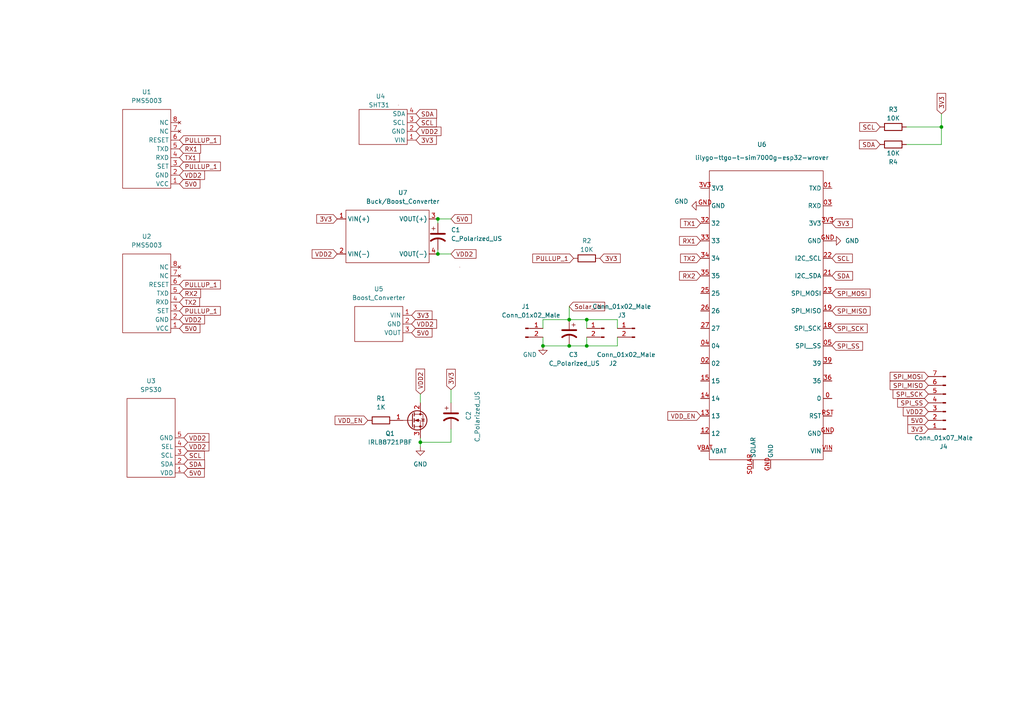
<source format=kicad_sch>
(kicad_sch (version 20211123) (generator eeschema)
  (paper "A4")
  (lib_symbols
    (symbol "Connector:Conn_01x02_Male" (pin_names (offset 1.016) hide)
      (property "Reference" "J" (at 0 2.54 0))
      (property "Value" "Conn_01x02_Male" (at 0 -5.08 0))
      (symbol "Conn_01x02_Male_1_1"
        (polyline (pts (xy 1.27 -2.54) (xy 0.8636 -2.54)) (stroke (width 0.1524)))
        (polyline (pts (xy 1.27 0) (xy 0.8636 0)) (stroke (width 0.1524)))
        (rectangle (start 0.8636 -2.413) (end 0 -2.667) (stroke (width 0.1524)) (fill (type outline)))
        (rectangle (start 0.8636 0.127) (end 0 -0.127) (stroke (width 0.1524)) (fill (type outline)))
        (pin passive line (at 5.08 0 180) (length 3.81) (name "Pin_1") (number "1"))
        (pin passive line (at 5.08 -2.54 180) (length 3.81) (name "Pin_2") (number "2"))
      )
    )
    (symbol "Connector:Conn_01x07_Male" (pin_names (offset 1.016) hide)
      (property "Reference" "J" (at 0 10.16 0))
      (property "Value" "Conn_01x07_Male" (at 0 -10.16 0))
      (symbol "Conn_01x07_Male_1_1"
        (polyline (pts (xy 1.27 -7.62) (xy 0.8636 -7.62)) (stroke (width 0.1524)))
        (polyline (pts (xy 1.27 -5.08) (xy 0.8636 -5.08)) (stroke (width 0.1524)))
        (polyline (pts (xy 1.27 -2.54) (xy 0.8636 -2.54)) (stroke (width 0.1524)))
        (polyline (pts (xy 1.27 0) (xy 0.8636 0)) (stroke (width 0.1524)))
        (polyline (pts (xy 1.27 2.54) (xy 0.8636 2.54)) (stroke (width 0.1524)))
        (polyline (pts (xy 1.27 5.08) (xy 0.8636 5.08)) (stroke (width 0.1524)))
        (polyline (pts (xy 1.27 7.62) (xy 0.8636 7.62)) (stroke (width 0.1524)))
        (rectangle (start 0.8636 -7.493) (end 0 -7.747) (stroke (width 0.1524)) (fill (type outline)))
        (rectangle (start 0.8636 -4.953) (end 0 -5.207) (stroke (width 0.1524)) (fill (type outline)))
        (rectangle (start 0.8636 -2.413) (end 0 -2.667) (stroke (width 0.1524)) (fill (type outline)))
        (rectangle (start 0.8636 0.127) (end 0 -0.127) (stroke (width 0.1524)) (fill (type outline)))
        (rectangle (start 0.8636 2.667) (end 0 2.413) (stroke (width 0.1524)) (fill (type outline)))
        (rectangle (start 0.8636 5.207) (end 0 4.953) (stroke (width 0.1524)) (fill (type outline)))
        (rectangle (start 0.8636 7.747) (end 0 7.493) (stroke (width 0.1524)) (fill (type outline)))
        (pin passive line (at 5.08 7.62 180) (length 3.81) (name "Pin_1") (number "1"))
        (pin passive line (at 5.08 5.08 180) (length 3.81) (name "Pin_2") (number "2"))
        (pin passive line (at 5.08 2.54 180) (length 3.81) (name "Pin_3") (number "3"))
        (pin passive line (at 5.08 0 180) (length 3.81) (name "Pin_4") (number "4"))
        (pin passive line (at 5.08 -2.54 180) (length 3.81) (name "Pin_5") (number "5"))
        (pin passive line (at 5.08 -5.08 180) (length 3.81) (name "Pin_6") (number "6"))
        (pin passive line (at 5.08 -7.62 180) (length 3.81) (name "Pin_7") (number "7"))
      )
    )
    (symbol "Device:C_Polarized_US" (pin_numbers hide) (pin_names (offset 0.254) hide)
      (property "Reference" "C" (at 0.635 2.54 0))
      (property "Value" "C_Polarized_US" (at 0.635 -2.54 0))
      (symbol "C_Polarized_US_0_1"
        (polyline (pts (xy -2.032 0.762) (xy 2.032 0.762)) (stroke (width 0.508)))
        (polyline (pts (xy -1.778 2.286) (xy -0.762 2.286)))
        (polyline (pts (xy -1.27 1.778) (xy -1.27 2.794)))
        (arc (start 2.032 -1.27) (mid 0 -0.5572) (end -2.032 -1.27) (stroke (width 0.508)))
      )
      (symbol "C_Polarized_US_1_1"
        (pin passive line (at 0 3.81 270) (length 2.794) (name "~") (number "1"))
        (pin passive line (at 0 -3.81 90) (length 3.302) (name "~") (number "2"))
      )
    )
    (symbol "Device:R" (pin_numbers hide) (pin_names (offset 0))
      (property "Reference" "R" (at 2.032 0 90))
      (property "Value" "R" (at 0 0 90))
      (symbol "R_0_1"
        (rectangle (start -1.016 -2.54) (end 1.016 2.54) (stroke (width 0.254)))
      )
      (symbol "R_1_1"
        (pin passive line (at 0 3.81 270) (length 1.27) (name "~") (number "1"))
        (pin passive line (at 0 -3.81 90) (length 1.27) (name "~") (number "2"))
      )
    )
    (symbol "Surfside Science:Boost_Converter"
      (property "Reference" "U" (at 0 2.54 0))
      (property "Value" "Boost_Converter" (at 0 0 0))
      (symbol "Boost_Converter_0_1"
        (rectangle (start -6.35 -2.54) (end 7.62 -12.7))
      )
      (symbol "Boost_Converter_1_1"
        (pin power_in line (at 10.16 -5.08 180) (length 2.54) (name "VIN") (number "1"))
        (pin output line (at 10.16 -7.62 180) (length 2.54) (name "GND") (number "2"))
        (pin power_out line (at 10.16 -10.16 180) (length 2.54) (name "VOUT") (number "3"))
      )
    )
    (symbol "Surfside Science:Buck{slash}Boost_Converter"
      (property "Reference" "U" (at 0 -1.27 0))
      (property "Value" "Buck{slash}Boost_Converter" (at 0 -3.81 0))
      (symbol "Buck{slash}Boost_Converter_0_1"
        (rectangle (start -11.43 3.81) (end 12.7 -11.43))
        (rectangle (start 21.59 -12.7) (end 21.59 -12.7))
      )
      (symbol "Buck{slash}Boost_Converter_1_1"
        (pin power_in line (at -13.97 1.27 0) (length 2.54) (name "VIN(+)") (number "1"))
        (pin power_in line (at -13.97 -8.89 0) (length 2.54) (name "VIN(-)") (number "2"))
        (pin power_out line (at 15.24 1.27 180) (length 2.54) (name "VOUT(+)") (number "3"))
        (pin power_out line (at 15.24 -8.89 180) (length 2.54) (name "VOUT(-)") (number "4"))
      )
    )
    (symbol "Surfside Science:PMS5003"
      (property "Reference" "U" (at 0 -2.54 0))
      (property "Value" "PMS5003" (at 0 0 0))
      (symbol "PMS5003_0_1"
        (rectangle (start -11.43 2.54) (end 11.43 -11.43))
      )
      (symbol "PMS5003_1_1"
        (pin power_in line (at -10.16 -13.97 90) (length 2.54) (name "VCC") (number "1"))
        (pin output line (at -7.62 -13.97 90) (length 2.54) (name "GND") (number "2"))
        (pin input line (at -5.08 -13.97 90) (length 2.54) (name "SET") (number "3"))
        (pin input line (at -2.54 -13.97 90) (length 2.54) (name "RXD") (number "4"))
        (pin output line (at 0 -13.97 90) (length 2.54) (name "TXD") (number "5"))
        (pin input line (at 2.54 -13.97 90) (length 2.54) (name "RESET") (number "6"))
        (pin no_connect line (at 5.08 -13.97 90) (length 2.54) (name "NC") (number "7"))
        (pin no_connect line (at 7.62 -13.97 90) (length 2.54) (name "NC") (number "8"))
      )
    )
    (symbol "Surfside Science:SHT31"
      (property "Reference" "U" (at 12.7 -11.43 0))
      (property "Value" "SHT31" (at 12.7 -13.97 0))
      (symbol "SHT31_0_1"
        (rectangle (start 7.62 -10.16) (end 17.78 -24.13))
        (rectangle (start 19.05 -21.59) (end 19.05 -21.59))
      )
      (symbol "SHT31_1_1"
        (pin power_in line (at 8.89 -26.67 90) (length 2.54) (name "VIN") (number "1"))
        (pin input line (at 11.43 -26.67 90) (length 2.54) (name "GND") (number "2"))
        (pin input line (at 13.97 -26.67 90) (length 2.54) (name "SCL") (number "3"))
        (pin output line (at 16.51 -26.67 90) (length 2.54) (name "SDA") (number "4"))
      )
    )
    (symbol "Surfside Science:SPS30"
      (property "Reference" "U" (at 6.35 -2.54 0))
      (property "Value" "SPS30" (at 6.35 -5.08 0))
      (symbol "SPS30_0_1"
        (rectangle (start -5.08 1.27) (end 17.78 -12.7))
      )
      (symbol "SPS30_1_1"
        (pin power_in line (at -3.81 -15.24 90) (length 2.54) (name "VDD") (number "1"))
        (pin output line (at -1.27 -15.24 90) (length 2.54) (name "SDA") (number "2"))
        (pin input line (at 1.27 -15.24 90) (length 2.54) (name "SCL") (number "3"))
        (pin input line (at 3.81 -15.24 90) (length 2.54) (name "SEL") (number "4"))
        (pin output line (at 6.35 -15.24 90) (length 2.54) (name "GND") (number "5"))
      )
    )
    (symbol "Surfside Science:lilygo-ttgo-t-sim7000g-esp32-wrover"
      (property "Reference" "U" (at 2.54 -10.16 0))
      (property "Value" "lilygo-ttgo-t-sim7000g-esp32-wrover" (at 2.54 15.24 90))
      (symbol "lilygo-ttgo-t-sim7000g-esp32-wrover_0_1"
        (rectangle (start -15.24 45.72) (end 17.78 -38.1))
        (rectangle (start 63.5 97.79) (end 63.5 97.79))
        (rectangle (start 63.5 97.79) (end 63.5 97.79))
        (rectangle (start 63.5 97.79) (end 63.5 97.79))
        (rectangle (start 63.5 97.79) (end 63.5 97.79))
        (rectangle (start 63.5 97.79) (end 63.5 97.79))
        (rectangle (start 63.5 97.79) (end 63.5 97.79))
        (rectangle (start 63.5 97.79) (end 63.5 97.79))
        (rectangle (start 63.5 97.79) (end 63.5 97.79))
        (rectangle (start 63.5 97.79) (end 63.5 97.79))
        (rectangle (start 63.5 97.79) (end 63.5 97.79))
      )
      (symbol "lilygo-ttgo-t-sim7000g-esp32-wrover_1_1"
        (pin input line (at 20.32 -20.32 180) (length 2.54) (name "0") (number "0"))
        (pin input line (at 20.32 40.64 180) (length 2.54) (name "TXD") (number "01"))
        (pin input line (at -17.78 -10.16 0) (length 2.54) (name "02") (number "02"))
        (pin input line (at 20.32 35.56 180) (length 2.54) (name "RXD") (number "03"))
        (pin input line (at -17.78 -5.08 0) (length 2.54) (name "04") (number "04"))
        (pin input line (at 20.32 -5.08 180) (length 2.54) (name "SPI__SS") (number "05"))
        (pin input line (at -17.78 -30.48 0) (length 2.54) (name "12") (number "12"))
        (pin input line (at -17.78 -25.4 0) (length 2.54) (name "13") (number "13"))
        (pin input line (at -17.78 -20.32 0) (length 2.54) (name "14") (number "14"))
        (pin input line (at -17.78 -15.24 0) (length 2.54) (name "15") (number "15"))
        (pin input line (at 20.32 0 180) (length 2.54) (name "SPI_SCK") (number "18"))
        (pin input line (at 20.32 5.08 180) (length 2.54) (name "SPI_MISO") (number "19"))
        (pin input line (at 20.32 15.24 180) (length 2.54) (name "I2C_SDA") (number "21"))
        (pin input line (at 20.32 20.32 180) (length 2.54) (name "I2C_SCL") (number "22"))
        (pin input line (at 20.32 10.16 180) (length 2.54) (name "SPI_MOSI") (number "23"))
        (pin input line (at -17.78 10.16 0) (length 2.54) (name "25") (number "25"))
        (pin input line (at -17.78 5.08 0) (length 2.54) (name "26") (number "26"))
        (pin input line (at -17.78 0 0) (length 2.54) (name "27") (number "27"))
        (pin input line (at -17.78 30.48 0) (length 2.54) (name "32") (number "32"))
        (pin input line (at -17.78 25.4 0) (length 2.54) (name "33") (number "33"))
        (pin input line (at -17.78 20.32 0) (length 2.54) (name "34") (number "34"))
        (pin input line (at -17.78 15.24 0) (length 2.54) (name "35") (number "35"))
        (pin input line (at 20.32 -15.24 180) (length 2.54) (name "36") (number "36"))
        (pin input line (at 20.32 -10.16 180) (length 2.54) (name "39") (number "39"))
        (pin input line (at -17.78 40.64 0) (length 2.54) (name "3V3") (number "3V3"))
        (pin input line (at 20.32 30.48 180) (length 2.54) (name "3V3") (number "3V3"))
        (pin input line (at -17.78 35.56 0) (length 2.54) (name "GND") (number "GND"))
        (pin input line (at 2.54 -40.64 90) (length 2.54) (name "GND") (number "GND"))
        (pin input line (at 20.32 -30.48 180) (length 2.54) (name "GND") (number "GND"))
        (pin input line (at 20.32 25.4 180) (length 2.54) (name "GND") (number "GND"))
        (pin input line (at 20.32 -25.4 180) (length 2.54) (name "RST") (number "RST"))
        (pin input line (at -2.54 -40.64 90) (length 2.54) (name "SOLAR") (number "SOLAR"))
        (pin input line (at -17.78 -35.56 0) (length 2.54) (name "VBAT") (number "VBAT"))
        (pin input line (at 20.32 -35.56 180) (length 2.54) (name "VIN") (number "VIN"))
      )
    )
    (symbol "Transistor_FET:IRLB8721PBF" (pin_names hide)
      (property "Reference" "Q" (at 6.35 1.905 0))
      (property "Value" "IRLB8721PBF" (at 6.35 0 0))
      (symbol "IRLB8721PBF_0_1"
        (polyline (pts (xy 0.254 0) (xy -2.54 0)))
        (polyline (pts (xy 0.254 1.905) (xy 0.254 -1.905)) (stroke (width 0.254)))
        (polyline (pts (xy 0.762 -1.27) (xy 0.762 -2.286)) (stroke (width 0.254)))
        (polyline (pts (xy 0.762 0.508) (xy 0.762 -0.508)) (stroke (width 0.254)))
        (polyline (pts (xy 0.762 2.286) (xy 0.762 1.27)) (stroke (width 0.254)))
        (polyline (pts (xy 2.54 2.54) (xy 2.54 1.778)))
        (polyline (pts (xy 2.54 -2.54) (xy 2.54 0) (xy 0.762 0)))
        (polyline (pts (xy 0.762 -1.778) (xy 3.302 -1.778) (xy 3.302 1.778) (xy 0.762 1.778)))
        (polyline (pts (xy 1.016 0) (xy 2.032 0.381) (xy 2.032 -0.381) (xy 1.016 0)) (fill (type outline)))
        (polyline (pts (xy 2.794 0.508) (xy 2.921 0.381) (xy 3.683 0.381) (xy 3.81 0.254)))
        (polyline (pts (xy 3.302 0.381) (xy 2.921 -0.254) (xy 3.683 -0.254) (xy 3.302 0.381)))
        (circle (center 1.651 0) (radius 2.794) (stroke (width 0.254)))
        (circle (center 2.54 -1.778) (radius 0.254) (fill (type outline)))
        (circle (center 2.54 1.778) (radius 0.254) (fill (type outline)))
      )
      (symbol "IRLB8721PBF_1_1"
        (pin input line (at -5.08 0 0) (length 2.54) (name "G") (number "1"))
        (pin passive line (at 2.54 5.08 270) (length 2.54) (name "D") (number "2"))
        (pin passive line (at 2.54 -5.08 90) (length 2.54) (name "S") (number "3"))
      )
    )
    (symbol "power:GND" (power) (pin_names (offset 0))
      (property "Value" "GND" (at 0 -3.81 0))
      (symbol "GND_0_1"
        (polyline (pts (xy 0 0) (xy 0 -1.27) (xy 1.27 -1.27) (xy 0 -2.54) (xy -1.27 -1.27) (xy 0 -1.27)))
      )
      (symbol "GND_1_1"
        (pin power_in line (at 0 0 270) (length 0) hide (name "GND") (number "1"))
      )
    )
  )
  (junction (at 165.1 100.33))
  (junction (at 165.1 92.71))
  (junction (at 121.92 128.27))
  (junction (at 127 63.5))
  (junction (at 273.05 36.83))
  (junction (at 170.18 100.33))
  (junction (at 127 73.66))
  (junction (at 157.48 100.33))
  (junction (at 170.18 92.71))
  (wire (pts (xy 127 73.66) (xy 130.81 73.66)))
  (wire (pts (xy 127 63.5) (xy 127 64.77)))
  (wire (pts (xy 157.48 100.33) (xy 165.1 100.33)))
  (wire (pts (xy 170.18 100.33) (xy 179.07 100.33)))
  (wire (pts (xy 130.81 63.5) (xy 127 63.5)))
  (wire (pts (xy 165.1 88.9) (xy 165.1 92.71)))
  (wire (pts (xy 165.1 92.71) (xy 170.18 92.71)))
  (wire (pts (xy 179.07 100.33) (xy 179.07 97.79)))
  (wire (pts (xy 127 72.39) (xy 127 73.66)))
  (wire (pts (xy 121.92 114.3) (xy 121.92 116.84)))
  (wire (pts (xy 262.89 36.83) (xy 273.05 36.83)))
  (wire (pts (xy 130.81 128.27) (xy 121.92 128.27)))
  (wire (pts (xy 165.1 100.33) (xy 170.18 100.33)))
  (wire (pts (xy 157.48 97.79) (xy 157.48 100.33)))
  (wire (pts (xy 170.18 92.71) (xy 170.18 95.25)))
  (wire (pts (xy 179.07 95.25) (xy 179.07 92.71)))
  (wire (pts (xy 170.18 92.71) (xy 179.07 92.71)))
  (wire (pts (xy 130.81 113.03) (xy 130.81 116.84)))
  (wire (pts (xy 273.05 41.91) (xy 262.89 41.91)))
  (wire (pts (xy 273.05 36.83) (xy 273.05 41.91)))
  (wire (pts (xy 157.48 92.71) (xy 165.1 92.71)))
  (wire (pts (xy 273.05 33.02) (xy 273.05 36.83)))
  (wire (pts (xy 130.81 124.46) (xy 130.81 128.27)))
  (wire (pts (xy 121.92 128.27) (xy 121.92 129.54)))
  (wire (pts (xy 121.92 127) (xy 121.92 128.27)))
  (wire (pts (xy 170.18 97.79) (xy 170.18 100.33)))
  (wire (pts (xy 157.48 95.25) (xy 157.48 92.71)))
  (global_label "SPI_SS" (shape input) (at 241.3 100.33 0) (property "Intersheet References" "${INTERSHEET_REFS}" (effects hide)))
  (global_label "RX2" (shape input) (at 52.07 85.09 0) (property "Intersheet References" "${INTERSHEET_REFS}" (effects hide)))
  (global_label "VDD2" (shape input) (at 52.07 92.71 0) (property "Intersheet References" "${INTERSHEET_REFS}" (effects hide)))
  (global_label "TX2" (shape input) (at 203.2 74.93 180) (property "Intersheet References" "${INTERSHEET_REFS}" (effects hide)))
  (global_label "VDD2" (shape input) (at 119.38 93.98 0) (property "Intersheet References" "${INTERSHEET_REFS}" (effects hide)))
  (global_label "SPI_MOSI" (shape input) (at 269.24 109.22 180) (property "Intersheet References" "${INTERSHEET_REFS}" (effects hide)))
  (global_label "SCL" (shape input) (at 255.27 36.83 180) (property "Intersheet References" "${INTERSHEET_REFS}" (effects hide)))
  (global_label "RX1" (shape input) (at 203.2 69.85 180) (property "Intersheet References" "${INTERSHEET_REFS}" (effects hide)))
  (global_label "SDA" (shape input) (at 241.3 80.01 0) (property "Intersheet References" "${INTERSHEET_REFS}" (effects hide)))
  (global_label "TX2" (shape input) (at 52.07 87.63 0) (property "Intersheet References" "${INTERSHEET_REFS}" (effects hide)))
  (global_label "SPI_MOSI" (shape input) (at 241.3 85.09 0) (property "Intersheet References" "${INTERSHEET_REFS}" (effects hide)))
  (global_label "VDD_EN" (shape input) (at 106.68 121.92 180) (property "Intersheet References" "${INTERSHEET_REFS}" (effects hide)))
  (global_label "VDD2" (shape input) (at 130.81 73.66 0) (property "Intersheet References" "${INTERSHEET_REFS}" (effects hide)))
  (global_label "VDD2" (shape input) (at 97.79 73.66 180) (property "Intersheet References" "${INTERSHEET_REFS}" (effects hide)))
  (global_label "SDA" (shape input) (at 53.34 134.62 0) (property "Intersheet References" "${INTERSHEET_REFS}" (effects hide)))
  (global_label "VDD2" (shape input) (at 269.24 119.38 180) (property "Intersheet References" "${INTERSHEET_REFS}" (effects hide)))
  (global_label "RX2" (shape input) (at 203.2 80.01 180) (property "Intersheet References" "${INTERSHEET_REFS}" (effects hide)))
  (global_label "3V3" (shape input) (at 97.79 63.5 180) (property "Intersheet References" "${INTERSHEET_REFS}" (effects hide)))
  (global_label "SPI_MISO" (shape input) (at 269.24 111.76 180) (property "Intersheet References" "${INTERSHEET_REFS}" (effects hide)))
  (global_label "TX1" (shape input) (at 52.07 45.72 0) (property "Intersheet References" "${INTERSHEET_REFS}" (effects hide)))
  (global_label "PULLUP_1" (shape input) (at 166.37 74.93 180) (property "Intersheet References" "${INTERSHEET_REFS}" (effects hide)))
  (global_label "3V3" (shape input) (at 241.3 64.77 0) (property "Intersheet References" "${INTERSHEET_REFS}" (effects hide)))
  (global_label "SCL" (shape input) (at 120.65 35.56 0) (property "Intersheet References" "${INTERSHEET_REFS}" (effects hide)))
  (global_label "SPI_MISO" (shape input) (at 241.3 90.17 0) (property "Intersheet References" "${INTERSHEET_REFS}" (effects hide)))
  (global_label "3V3" (shape input) (at 269.24 124.46 180) (property "Intersheet References" "${INTERSHEET_REFS}" (effects hide)))
  (global_label "SCL" (shape input) (at 53.34 132.08 0) (property "Intersheet References" "${INTERSHEET_REFS}" (effects hide)))
  (global_label "SCL" (shape input) (at 241.3 74.93 0) (property "Intersheet References" "${INTERSHEET_REFS}" (effects hide)))
  (global_label "SDA" (shape input) (at 255.27 41.91 180) (property "Intersheet References" "${INTERSHEET_REFS}" (effects hide)))
  (global_label "SPI_SS" (shape input) (at 269.24 116.84 180) (property "Intersheet References" "${INTERSHEET_REFS}" (effects hide)))
  (global_label "3V3" (shape input) (at 120.65 40.64 0) (property "Intersheet References" "${INTERSHEET_REFS}" (effects hide)))
  (global_label "VDD2" (shape input) (at 52.07 50.8 0) (property "Intersheet References" "${INTERSHEET_REFS}" (effects hide)))
  (global_label "VDD_EN" (shape input) (at 203.2 120.65 180) (property "Intersheet References" "${INTERSHEET_REFS}" (effects hide)))
  (global_label "VDD2" (shape input) (at 53.34 127 0) (property "Intersheet References" "${INTERSHEET_REFS}" (effects hide)))
  (global_label "3V3" (shape input) (at 130.81 113.03 90) (property "Intersheet References" "${INTERSHEET_REFS}" (effects hide)))
  (global_label "Solar_IN" (shape input) (at 165.1 88.9 0) (property "Intersheet References" "${INTERSHEET_REFS}" (effects hide)))
  (global_label "PULLUP_1" (shape input) (at 52.07 40.64 0) (property "Intersheet References" "${INTERSHEET_REFS}" (effects hide)))
  (global_label "PULLUP_1" (shape input) (at 52.07 90.17 0) (property "Intersheet References" "${INTERSHEET_REFS}" (effects hide)))
  (global_label "5V0" (shape input) (at 53.34 137.16 0) (property "Intersheet References" "${INTERSHEET_REFS}" (effects hide)))
  (global_label "5V0" (shape input) (at 130.81 63.5 0) (property "Intersheet References" "${INTERSHEET_REFS}" (effects hide)))
  (global_label "TX1" (shape input) (at 203.2 64.77 180) (property "Intersheet References" "${INTERSHEET_REFS}" (effects hide)))
  (global_label "PULLUP_1" (shape input) (at 52.07 82.55 0) (property "Intersheet References" "${INTERSHEET_REFS}" (effects hide)))
  (global_label "5V0" (shape input) (at 52.07 95.25 0) (property "Intersheet References" "${INTERSHEET_REFS}" (effects hide)))
  (global_label "5V0" (shape input) (at 269.24 121.92 180) (property "Intersheet References" "${INTERSHEET_REFS}" (effects hide)))
  (global_label "3V3" (shape input) (at 119.38 91.44 0) (property "Intersheet References" "${INTERSHEET_REFS}" (effects hide)))
  (global_label "3V3" (shape input) (at 273.05 33.02 90) (property "Intersheet References" "${INTERSHEET_REFS}" (effects hide)))
  (global_label "SDA" (shape input) (at 120.65 33.02 0) (property "Intersheet References" "${INTERSHEET_REFS}" (effects hide)))
  (global_label "RX1" (shape input) (at 52.07 43.18 0) (property "Intersheet References" "${INTERSHEET_REFS}" (effects hide)))
  (global_label "VDD2" (shape input) (at 120.65 38.1 0) (property "Intersheet References" "${INTERSHEET_REFS}" (effects hide)))
  (global_label "PULLUP_1" (shape input) (at 52.07 48.26 0) (property "Intersheet References" "${INTERSHEET_REFS}" (effects hide)))
  (global_label "SPI_SCK" (shape input) (at 269.24 114.3 180) (property "Intersheet References" "${INTERSHEET_REFS}" (effects hide)))
  (global_label "5V0" (shape input) (at 119.38 96.52 0) (property "Intersheet References" "${INTERSHEET_REFS}" (effects hide)))
  (global_label "VDD2" (shape input) (at 121.92 114.3 90) (property "Intersheet References" "${INTERSHEET_REFS}" (effects hide)))
  (global_label "5V0" (shape input) (at 52.07 53.34 0) (property "Intersheet References" "${INTERSHEET_REFS}" (effects hide)))
  (global_label "VDD2" (shape input) (at 53.34 129.54 0) (property "Intersheet References" "${INTERSHEET_REFS}" (effects hide)))
  (global_label "3V3" (shape input) (at 173.99 74.93 0) (property "Intersheet References" "${INTERSHEET_REFS}" (effects hide)))
  (global_label "SPI_SCK" (shape input) (at 241.3 95.25 0) (property "Intersheet References" "${INTERSHEET_REFS}" (effects hide)))
  (symbol (lib_id "power:GND") (at 203.2 59.69 270) (unit 1)
    (property "Reference" "#PWR0103" (effects hide))
    (property "Value" "GND" (at 195.58 58.42 90) (effects (justify left)))
  )
  (symbol (lib_id "Surfside Science:SPS30") (at 38.1 133.35 90) (unit 1)
    (property "Reference" "U3" (at 43.815 110.49 90))
    (property "Value" "SPS30" (at 43.815 113.03 90))
    (property "Footprint" "Surfside Science:SPS30" (effects hide))
  )
  (symbol (lib_id "Connector:Conn_01x07_Male") (at 274.32 116.84 180) (unit 1)
    (property "Reference" "J4" (at 273.685 129.54 0))
    (property "Value" "Conn_01x07_Male" (at 273.685 127 0))
    (property "Footprint" "Connector_PinHeader_2.54mm:PinHeader_1x07_P2.54mm_Vertical" (effects hide))
  )
  (symbol (lib_id "Surfside Science:PMS5003") (at 38.1 43.18 90) (unit 1)
    (property "Reference" "U1" (at 42.545 26.67 90))
    (property "Value" "PMS5003" (at 42.545 29.21 90))
    (property "Footprint" "Surfside Science:PMS5003" (effects hide))
  )
  (symbol (lib_id "Surfside Science:PMS5003") (at 38.1 85.09 90) (unit 1)
    (property "Reference" "U2" (at 42.545 68.58 90))
    (property "Value" "PMS5003" (at 42.545 71.12 90))
    (property "Footprint" "Surfside Science:PMS5003" (effects hide))
  )
  (symbol (lib_id "Device:R") (at 259.08 36.83 90) (unit 1)
    (property "Reference" "R3" (at 259.08 31.75 90))
    (property "Value" "10K" (at 259.08 34.29 90))
    (property "Footprint" "Resistor_THT:R_Axial_DIN0204_L3.6mm_D1.6mm_P7.62mm_Horizontal" (effects hide))
  )
  (symbol (lib_id "Connector:Conn_01x02_Male") (at 152.4 95.25 0) (unit 1)
    (property "Reference" "J1" (at 153.67 88.9 0) (effects (justify right)))
    (property "Value" "Conn_01x02_Male" (at 162.56 91.44 0) (effects (justify right)))
    (property "Footprint" "Connector_JST:JST_XH_B2B-XH-AM_1x02_P2.50mm_Vertical" (effects hide))
  )
  (symbol (lib_id "power:GND") (at 121.92 129.54 0) (unit 1)
    (property "Reference" "#PWR0102" (effects hide))
    (property "Value" "GND" (at 121.92 134.62 0))
  )
  (symbol (lib_id "Surfside Science:Boost_Converter") (at 109.22 86.36 0) (unit 1)
    (property "Reference" "U5" (at 109.855 83.82 0))
    (property "Value" "Boost_Converter" (at 109.855 86.36 0))
    (property "Footprint" "Surfside Science:Boost_Converter" (effects hide))
  )
  (symbol (lib_id "Device:R") (at 110.49 121.92 90) (unit 1)
    (property "Reference" "R1" (at 110.49 115.57 90))
    (property "Value" "1K" (at 110.49 118.11 90))
    (property "Footprint" "Resistor_THT:R_Axial_DIN0204_L3.6mm_D1.6mm_P7.62mm_Horizontal" (effects hide))
  )
  (symbol (lib_id "Device:C_Polarized_US") (at 127 68.58 0) (unit 1)
    (property "Reference" "C1" (at 130.81 66.6749 0) (effects (justify left)))
    (property "Value" "C_Polarized_US" (at 130.81 69.2149 0) (effects (justify left)))
    (property "Footprint" "Capacitor_THT:CP_Radial_D6.3mm_P2.50mm" (effects hide))
  )
  (symbol (lib_id "Surfside Science:Buck{slash}Boost_Converter") (at 111.76 64.77 0) (unit 1)
    (property "Reference" "U7" (at 116.84 55.88 0))
    (property "Value" "Buck/Boost_Converter" (at 116.84 58.42 0))
    (property "Footprint" "Surfside Science:Buck_Boost_Converter" (effects hide))
  )
  (symbol (lib_id "Device:R") (at 170.18 74.93 90) (unit 1)
    (property "Reference" "R2" (at 170.18 69.85 90))
    (property "Value" "10K" (at 170.18 72.39 90))
    (property "Footprint" "Resistor_THT:R_Axial_DIN0204_L3.6mm_D1.6mm_P7.62mm_Horizontal" (effects hide))
  )
  (symbol (lib_id "power:GND") (at 157.48 100.33 0) (unit 1)
    (property "Reference" "#PWR0101" (effects hide))
    (property "Value" "GND" (at 153.67 102.87 0))
  )
  (symbol (lib_id "Surfside Science:SHT31") (at 93.98 49.53 90) (unit 1)
    (property "Reference" "U4" (at 111.76 27.94 90) (effects (justify left)))
    (property "Value" "SHT31" (at 113.03 30.48 90) (effects (justify left)))
    (property "Footprint" "Surfside Science:SHT31" (effects hide))
  )
  (symbol (lib_id "Transistor_FET:IRLB8721PBF") (at 119.38 121.92 0) (unit 1)
    (property "Reference" "Q1" (at 111.76 125.73 0) (effects (justify left)))
    (property "Value" "IRLB8721PBF" (at 106.68 128.27 0) (effects (justify left)))
    (property "Footprint" "Package_TO_SOT_THT:TO-220-3_Vertical" (effects hide))
    (property "Datasheet" "http://www.infineon.com/dgdl/irlb8721pbf.pdf?fileId=5546d462533600a40153566056732591" (effects hide))
  )
  (symbol (lib_id "Connector:Conn_01x02_Male") (at 184.15 95.25 0) (mirror y) (unit 1)
    (property "Reference" "J3" (at 180.34 91.44 0))
    (property "Value" "Conn_01x02_Male" (at 180.34 88.9 0))
    (property "Footprint" "Connector_JST:JST_XH_B2B-XH-AM_1x02_P2.50mm_Vertical" (effects hide))
  )
  (symbol (lib_id "Device:C_Polarized_US") (at 165.1 96.52 0) (mirror y) (unit 1)
    (property "Reference" "C3" (at 167.64 102.87 0) (effects (justify left)))
    (property "Value" "C_Polarized_US" (at 173.99 105.41 0) (effects (justify left)))
    (property "Footprint" "Capacitor_THT:CP_Radial_D6.3mm_P2.50mm" (effects hide))
  )
  (symbol (lib_id "Device:R") (at 259.08 41.91 270) (unit 1)
    (property "Reference" "R4" (at 259.08 46.99 90))
    (property "Value" "10K" (at 259.08 44.45 90))
    (property "Footprint" "Resistor_THT:R_Axial_DIN0204_L3.6mm_D1.6mm_P7.62mm_Horizontal" (effects hide))
  )
  (symbol (lib_id "power:GND") (at 241.3 69.85 90) (unit 1)
    (property "Reference" "#PWR0104" (effects hide))
    (property "Value" "GND" (at 245.11 69.8499 90) (effects (justify right)))
  )
  (symbol (lib_id "Device:C_Polarized_US") (at 130.81 120.65 0) (unit 1)
    (property "Reference" "C2" (at 135.89 121.92 90) (effects (justify left)))
    (property "Value" "C_Polarized_US" (at 138.43 128.27 90) (effects (justify left)))
    (property "Footprint" "Capacitor_THT:CP_Radial_D6.3mm_P2.50mm" (effects hide))
  )
  (symbol (lib_id "Connector:Conn_01x02_Male") (at 175.26 95.25 0) (mirror y) (unit 1)
    (property "Reference" "J2" (at 177.8 105.41 0))
    (property "Value" "Conn_01x02_Male" (at 181.61 102.87 0))
    (property "Footprint" "Connector_JST:JST_XH_B2B-XH-AM_1x02_P2.50mm_Vertical" (effects hide))
  )
  (symbol (lib_id "Surfside Science:lilygo-ttgo-t-sim7000g-esp32-wrover") (at 220.98 95.25 0) (unit 1)
    (property "Reference" "U6" (at 220.98 41.91 0))
    (property "Value" "lilygo-ttgo-t-sim7000g-esp32-wrover" (at 220.98 45.72 0))
    (property "Footprint" "Surfside Science:ilygo-ttgo-t-sim7000g-esp32-wrover" (effects hide))
  )
)
</source>
